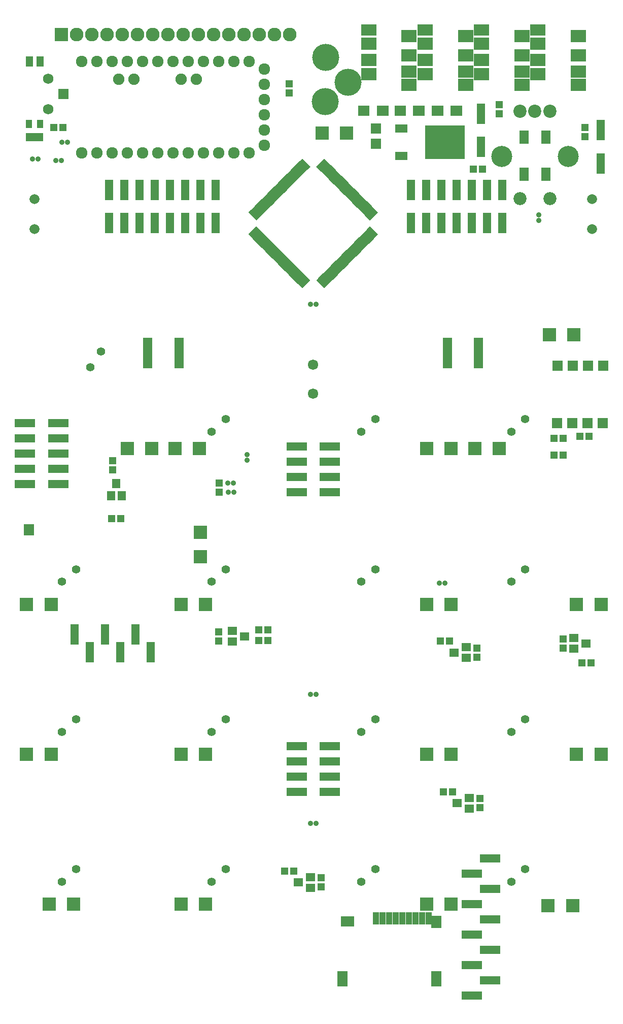
<source format=gbs>
G04 #@! TF.FileFunction,Soldermask,Bot*
%FSLAX46Y46*%
G04 Gerber Fmt 4.6, Leading zero omitted, Abs format (unit mm)*
G04 Created by KiCad (PCBNEW 4.0.4-stable) date 07/22/17 12:12:15*
%MOMM*%
%LPD*%
G01*
G04 APERTURE LIST*
%ADD10C,2.000000*%
%ADD11C,1.416000*%
%ADD12R,3.400000X1.400000*%
%ADD13R,2.279600X2.279600*%
%ADD14C,2.279600*%
%ADD15C,2.200000*%
%ADD16C,3.516000*%
%ADD17C,2.178000*%
%ADD18R,1.050000X1.460000*%
%ADD19C,0.897840*%
%ADD20R,1.289000X1.670000*%
%ADD21R,2.647900X1.997660*%
%ADD22R,2.647900X1.898600*%
%ADD23R,1.035000X1.670000*%
%ADD24R,1.543000X1.416000*%
%ADD25R,1.416000X1.543000*%
%ADD26R,1.289000X1.289000*%
%ADD27R,2.051000X1.416000*%
%ADD28R,6.597600X5.698440*%
%ADD29C,1.720800*%
%ADD30C,4.514800*%
%ADD31R,1.098500X1.997660*%
%ADD32R,1.799540X1.997660*%
%ADD33R,1.799540X2.599640*%
%ADD34R,2.198320X1.799540*%
%ADD35R,1.670000X1.035000*%
%ADD36R,1.700000X1.800000*%
%ADD37R,1.400000X3.400000*%
%ADD38R,2.198320X2.167840*%
%ADD39R,1.670000X1.670000*%
%ADD40R,1.500000X2.200000*%
%ADD41R,1.600000X0.800000*%
%ADD42C,1.924000*%
%ADD43C,1.900000*%
%ADD44R,2.167840X2.198320*%
%ADD45C,1.670000*%
%ADD46C,1.748740*%
%ADD47R,1.748740X1.748740*%
G04 APERTURE END LIST*
D10*
D11*
X12800000Y-58010000D03*
X14570000Y-55390000D03*
D12*
X1905000Y-77470000D03*
X7445000Y-77470000D03*
X1905000Y-74930000D03*
X7445000Y-74930000D03*
X1905000Y-72390000D03*
X7445000Y-72390000D03*
X1905000Y-69850000D03*
X7445000Y-69850000D03*
X1905000Y-67310000D03*
X7445000Y-67310000D03*
D11*
X35400000Y-66650000D03*
X33050000Y-68750000D03*
D13*
X8000000Y-2500000D03*
D14*
X10540000Y-2500000D03*
X13080000Y-2500000D03*
X15620000Y-2500000D03*
X18160000Y-2500000D03*
X20700000Y-2500000D03*
X23240000Y-2500000D03*
X25780000Y-2500000D03*
X28320000Y-2500000D03*
X30860000Y-2500000D03*
X33400000Y-2500000D03*
X35940000Y-2500000D03*
X38480000Y-2500000D03*
X41020000Y-2500000D03*
X43560000Y-2500000D03*
X46100000Y-2500000D03*
D15*
X89495000Y-15360000D03*
X86995000Y-15360000D03*
X84495000Y-15360000D03*
D16*
X92545000Y-22860000D03*
X81445000Y-22860000D03*
D17*
X84495000Y-29860000D03*
X89495000Y-29860000D03*
D18*
X4450000Y-19600000D03*
X3500000Y-19600000D03*
X2550000Y-19600000D03*
X2550000Y-17400000D03*
X4450000Y-17400000D03*
D19*
X7962280Y-23500000D03*
X7037720Y-23500000D03*
X8962280Y-20500000D03*
X8037720Y-20500000D03*
X50462280Y-47500000D03*
X49537720Y-47500000D03*
X50462280Y-134000000D03*
X49537720Y-134000000D03*
X50462280Y-112500000D03*
X49537720Y-112500000D03*
X87630000Y-33482280D03*
X87630000Y-32557720D03*
X35780020Y-77280000D03*
X36704580Y-77280000D03*
X35817720Y-78780000D03*
X36742280Y-78780000D03*
X38970000Y-73496280D03*
X38970000Y-72571720D03*
D20*
X2611000Y-7000000D03*
X4389000Y-7000000D03*
D21*
X94246220Y-2796500D03*
X94246220Y-5996900D03*
X94246220Y-8696920D03*
X87499980Y-9095700D03*
D22*
X87499980Y-1795740D03*
D21*
X87499980Y-4096980D03*
X87499980Y-6797000D03*
X94246220Y-10896560D03*
X84830820Y-2796500D03*
X84830820Y-5996900D03*
X84830820Y-8696920D03*
X78084580Y-9095700D03*
D22*
X78084580Y-1795740D03*
D21*
X78084580Y-4096980D03*
X78084580Y-6797000D03*
X84830820Y-10896560D03*
D23*
X57970000Y-15240000D03*
X58870000Y-15240000D03*
D21*
X66000020Y-2796500D03*
X66000020Y-5996900D03*
X66000020Y-8696920D03*
X59253780Y-9095700D03*
D22*
X59253780Y-1795740D03*
D21*
X59253780Y-4096980D03*
X59253780Y-6797000D03*
X66000020Y-10896560D03*
X75415420Y-2796500D03*
X75415420Y-5996900D03*
X75415420Y-8696920D03*
X68669180Y-9095700D03*
D22*
X68669180Y-1795740D03*
D21*
X68669180Y-4096980D03*
X68669180Y-6797000D03*
X75415420Y-10896560D03*
D24*
X36494000Y-103737000D03*
X36494000Y-101959000D03*
X38526000Y-102848000D03*
D25*
X18034000Y-79375000D03*
X16256000Y-79375000D03*
X17145000Y-77343000D03*
D24*
X93468000Y-104919000D03*
X93468000Y-103141000D03*
X95500000Y-104030000D03*
X76032000Y-129771000D03*
X76032000Y-131549000D03*
X74000000Y-130660000D03*
X49532000Y-142961000D03*
X49532000Y-144739000D03*
X47500000Y-143850000D03*
X75532000Y-104651000D03*
X75532000Y-106429000D03*
X73500000Y-105540000D03*
D19*
X3173720Y-23274000D03*
X4098280Y-23274000D03*
D26*
X81026000Y-15748000D03*
X81026000Y-14224000D03*
X95330000Y-18028000D03*
X95330000Y-19552000D03*
X90170000Y-72644000D03*
X91694000Y-72644000D03*
X76738000Y-25000000D03*
X78262000Y-25000000D03*
X34280000Y-77268000D03*
X34280000Y-78792000D03*
X40908000Y-103554000D03*
X42432000Y-103554000D03*
X34208000Y-103610000D03*
X34208000Y-102086000D03*
X16500000Y-75057000D03*
X16500000Y-73533000D03*
X17907000Y-83185000D03*
X16383000Y-83185000D03*
X94838000Y-107300000D03*
X96362000Y-107300000D03*
X91690000Y-104792000D03*
X91690000Y-103268000D03*
X73262000Y-128755000D03*
X71738000Y-128755000D03*
X77810000Y-129898000D03*
X77810000Y-131422000D03*
X46762000Y-141945000D03*
X45238000Y-141945000D03*
X51310000Y-143088000D03*
X51310000Y-144612000D03*
X72762000Y-103635000D03*
X71238000Y-103635000D03*
X77310000Y-104778000D03*
X77310000Y-106302000D03*
X46000000Y-12262000D03*
X46000000Y-10738000D03*
D27*
X64674600Y-22786000D03*
D28*
X71999960Y-20500000D03*
D27*
X64674600Y-18214000D03*
D29*
X50000000Y-57587000D03*
X50000000Y-62413000D03*
D30*
X52025400Y-13670800D03*
X52050800Y-6350000D03*
X55787000Y-10493000D03*
D31*
X60453600Y-149850000D03*
X61553420Y-149850000D03*
X62653240Y-149850000D03*
X63750520Y-149850000D03*
X64850340Y-149850000D03*
X65950160Y-149850000D03*
X67049980Y-149850000D03*
X68149800Y-149850000D03*
X69249620Y-149850000D03*
D32*
X70550100Y-150449440D03*
D33*
X70550100Y-159949040D03*
X54852900Y-159949040D03*
D34*
X55752060Y-150347840D03*
D35*
X2540000Y-84640000D03*
X2540000Y-85540000D03*
D26*
X94488000Y-69500000D03*
X96012000Y-69500000D03*
D36*
X90712000Y-67318000D03*
X93252000Y-67318000D03*
X95792000Y-67318000D03*
X98332000Y-67318000D03*
X90782000Y-57778000D03*
X93322000Y-57778000D03*
X95862000Y-57778000D03*
X98402000Y-57778000D03*
D11*
X60400000Y-66650000D03*
X58050000Y-68750000D03*
X85400000Y-66650000D03*
X83050000Y-68750000D03*
X10400000Y-91650000D03*
X8050000Y-93750000D03*
X35400000Y-91650000D03*
X33050000Y-93750000D03*
X60400000Y-91650000D03*
X58050000Y-93750000D03*
X85400000Y-91650000D03*
X83050000Y-93750000D03*
X10400000Y-116650000D03*
X8050000Y-118750000D03*
X35377000Y-116650000D03*
X33027000Y-118750000D03*
X60400000Y-116650000D03*
X58050000Y-118750000D03*
X85400000Y-116650000D03*
X83050000Y-118750000D03*
X10400000Y-141650000D03*
X8050000Y-143750000D03*
X35400000Y-141650000D03*
X33050000Y-143750000D03*
X60400000Y-141650000D03*
X58050000Y-143750000D03*
X85400000Y-141650000D03*
X83050000Y-143750000D03*
D37*
X98000000Y-18480000D03*
X98000000Y-24020000D03*
X81520000Y-33960000D03*
X81520000Y-28420000D03*
X78980000Y-33960000D03*
X78980000Y-28420000D03*
X76440000Y-33960000D03*
X76440000Y-28420000D03*
D12*
X79500000Y-139840000D03*
X79500000Y-144920000D03*
X79500000Y-150000000D03*
X79500000Y-155080000D03*
X79500000Y-160160000D03*
X76500000Y-142380000D03*
X76500000Y-147460000D03*
X76500000Y-152540000D03*
X76500000Y-157620000D03*
X76500000Y-162700000D03*
D37*
X78000000Y-21270000D03*
X78000000Y-15730000D03*
X22850000Y-105500000D03*
X17770000Y-105500000D03*
X12690000Y-105500000D03*
X20310000Y-102500000D03*
X15230000Y-102500000D03*
X10150000Y-102500000D03*
D38*
X51460380Y-18950000D03*
X55539620Y-18950000D03*
X93479620Y-52578000D03*
X89400380Y-52578000D03*
X18960380Y-71500000D03*
X23039620Y-71500000D03*
X26960380Y-71500000D03*
X31039620Y-71500000D03*
X68937380Y-71500000D03*
X73016620Y-71500000D03*
X76960380Y-71500000D03*
X81039620Y-71500000D03*
X2170780Y-97500000D03*
X6250020Y-97500000D03*
X27937380Y-97500000D03*
X32016620Y-97500000D03*
X68937380Y-97500000D03*
X73016620Y-97500000D03*
X93937380Y-97500000D03*
X98016620Y-97500000D03*
X2170780Y-122500000D03*
X6250020Y-122500000D03*
X27937380Y-122500000D03*
X32016620Y-122500000D03*
X68937380Y-122500000D03*
X73016620Y-122500000D03*
X93937380Y-122500000D03*
X98016620Y-122500000D03*
X5960380Y-147500000D03*
X10039620Y-147500000D03*
X27937380Y-147500000D03*
X32016620Y-147500000D03*
X68937380Y-147500000D03*
X73016620Y-147500000D03*
X89210380Y-147750000D03*
X93289620Y-147750000D03*
D39*
X60500000Y-18230000D03*
X60500000Y-20770000D03*
D23*
X61145000Y-15240000D03*
X62045000Y-15240000D03*
X64991400Y-15240000D03*
X64091400Y-15240000D03*
D40*
X85150000Y-25850300D03*
X85150000Y-19650300D03*
X88850000Y-19650300D03*
X88850000Y-25850300D03*
D10*
G36*
X60818734Y-35838478D02*
X60323759Y-36333453D01*
X58980256Y-34989950D01*
X59475231Y-34494975D01*
X60818734Y-35838478D01*
X60818734Y-35838478D01*
G37*
G36*
X60465181Y-36192031D02*
X59970206Y-36687006D01*
X58626703Y-35343503D01*
X59121678Y-34848528D01*
X60465181Y-36192031D01*
X60465181Y-36192031D01*
G37*
G36*
X60111627Y-36545584D02*
X59616652Y-37040559D01*
X58273149Y-35697056D01*
X58768124Y-35202081D01*
X60111627Y-36545584D01*
X60111627Y-36545584D01*
G37*
G36*
X59758074Y-36899138D02*
X59263099Y-37394113D01*
X57919596Y-36050610D01*
X58414571Y-35555635D01*
X59758074Y-36899138D01*
X59758074Y-36899138D01*
G37*
G36*
X59404520Y-37252691D02*
X58909545Y-37747666D01*
X57566042Y-36404163D01*
X58061017Y-35909188D01*
X59404520Y-37252691D01*
X59404520Y-37252691D01*
G37*
G36*
X59050967Y-37606245D02*
X58555992Y-38101220D01*
X57212489Y-36757717D01*
X57707464Y-36262742D01*
X59050967Y-37606245D01*
X59050967Y-37606245D01*
G37*
G36*
X58697414Y-37959798D02*
X58202439Y-38454773D01*
X56858936Y-37111270D01*
X57353911Y-36616295D01*
X58697414Y-37959798D01*
X58697414Y-37959798D01*
G37*
G36*
X58343860Y-38313351D02*
X57848885Y-38808326D01*
X56505382Y-37464823D01*
X57000357Y-36969848D01*
X58343860Y-38313351D01*
X58343860Y-38313351D01*
G37*
G36*
X57990307Y-38666905D02*
X57495332Y-39161880D01*
X56151829Y-37818377D01*
X56646804Y-37323402D01*
X57990307Y-38666905D01*
X57990307Y-38666905D01*
G37*
G36*
X57636753Y-39020458D02*
X57141778Y-39515433D01*
X55798275Y-38171930D01*
X56293250Y-37676955D01*
X57636753Y-39020458D01*
X57636753Y-39020458D01*
G37*
G36*
X57283200Y-39374011D02*
X56788225Y-39868986D01*
X55444722Y-38525483D01*
X55939697Y-38030508D01*
X57283200Y-39374011D01*
X57283200Y-39374011D01*
G37*
G36*
X56929647Y-39727565D02*
X56434672Y-40222540D01*
X55091169Y-38879037D01*
X55586144Y-38384062D01*
X56929647Y-39727565D01*
X56929647Y-39727565D01*
G37*
G36*
X56576093Y-40081118D02*
X56081118Y-40576093D01*
X54737615Y-39232590D01*
X55232590Y-38737615D01*
X56576093Y-40081118D01*
X56576093Y-40081118D01*
G37*
G36*
X56222540Y-40434672D02*
X55727565Y-40929647D01*
X54384062Y-39586144D01*
X54879037Y-39091169D01*
X56222540Y-40434672D01*
X56222540Y-40434672D01*
G37*
G36*
X55868986Y-40788225D02*
X55374011Y-41283200D01*
X54030508Y-39939697D01*
X54525483Y-39444722D01*
X55868986Y-40788225D01*
X55868986Y-40788225D01*
G37*
G36*
X55515433Y-41141778D02*
X55020458Y-41636753D01*
X53676955Y-40293250D01*
X54171930Y-39798275D01*
X55515433Y-41141778D01*
X55515433Y-41141778D01*
G37*
G36*
X55161880Y-41495332D02*
X54666905Y-41990307D01*
X53323402Y-40646804D01*
X53818377Y-40151829D01*
X55161880Y-41495332D01*
X55161880Y-41495332D01*
G37*
G36*
X54808326Y-41848885D02*
X54313351Y-42343860D01*
X52969848Y-41000357D01*
X53464823Y-40505382D01*
X54808326Y-41848885D01*
X54808326Y-41848885D01*
G37*
G36*
X54454773Y-42202439D02*
X53959798Y-42697414D01*
X52616295Y-41353911D01*
X53111270Y-40858936D01*
X54454773Y-42202439D01*
X54454773Y-42202439D01*
G37*
G36*
X54101220Y-42555992D02*
X53606245Y-43050967D01*
X52262742Y-41707464D01*
X52757717Y-41212489D01*
X54101220Y-42555992D01*
X54101220Y-42555992D01*
G37*
G36*
X53747666Y-42909545D02*
X53252691Y-43404520D01*
X51909188Y-42061017D01*
X52404163Y-41566042D01*
X53747666Y-42909545D01*
X53747666Y-42909545D01*
G37*
G36*
X53394113Y-43263099D02*
X52899138Y-43758074D01*
X51555635Y-42414571D01*
X52050610Y-41919596D01*
X53394113Y-43263099D01*
X53394113Y-43263099D01*
G37*
G36*
X53040559Y-43616652D02*
X52545584Y-44111627D01*
X51202081Y-42768124D01*
X51697056Y-42273149D01*
X53040559Y-43616652D01*
X53040559Y-43616652D01*
G37*
G36*
X52687006Y-43970206D02*
X52192031Y-44465181D01*
X50848528Y-43121678D01*
X51343503Y-42626703D01*
X52687006Y-43970206D01*
X52687006Y-43970206D01*
G37*
G36*
X52333453Y-44323759D02*
X51838478Y-44818734D01*
X50494975Y-43475231D01*
X50989950Y-42980256D01*
X52333453Y-44323759D01*
X52333453Y-44323759D01*
G37*
G36*
X49505025Y-43475231D02*
X48161522Y-44818734D01*
X47666547Y-44323759D01*
X49010050Y-42980256D01*
X49505025Y-43475231D01*
X49505025Y-43475231D01*
G37*
G36*
X49151472Y-43121678D02*
X47807969Y-44465181D01*
X47312994Y-43970206D01*
X48656497Y-42626703D01*
X49151472Y-43121678D01*
X49151472Y-43121678D01*
G37*
G36*
X48797919Y-42768124D02*
X47454416Y-44111627D01*
X46959441Y-43616652D01*
X48302944Y-42273149D01*
X48797919Y-42768124D01*
X48797919Y-42768124D01*
G37*
G36*
X48444365Y-42414571D02*
X47100862Y-43758074D01*
X46605887Y-43263099D01*
X47949390Y-41919596D01*
X48444365Y-42414571D01*
X48444365Y-42414571D01*
G37*
G36*
X48090812Y-42061017D02*
X46747309Y-43404520D01*
X46252334Y-42909545D01*
X47595837Y-41566042D01*
X48090812Y-42061017D01*
X48090812Y-42061017D01*
G37*
G36*
X47737258Y-41707464D02*
X46393755Y-43050967D01*
X45898780Y-42555992D01*
X47242283Y-41212489D01*
X47737258Y-41707464D01*
X47737258Y-41707464D01*
G37*
G36*
X47383705Y-41353911D02*
X46040202Y-42697414D01*
X45545227Y-42202439D01*
X46888730Y-40858936D01*
X47383705Y-41353911D01*
X47383705Y-41353911D01*
G37*
G36*
X47030152Y-41000357D02*
X45686649Y-42343860D01*
X45191674Y-41848885D01*
X46535177Y-40505382D01*
X47030152Y-41000357D01*
X47030152Y-41000357D01*
G37*
G36*
X46676598Y-40646804D02*
X45333095Y-41990307D01*
X44838120Y-41495332D01*
X46181623Y-40151829D01*
X46676598Y-40646804D01*
X46676598Y-40646804D01*
G37*
G36*
X46323045Y-40293250D02*
X44979542Y-41636753D01*
X44484567Y-41141778D01*
X45828070Y-39798275D01*
X46323045Y-40293250D01*
X46323045Y-40293250D01*
G37*
G36*
X45969492Y-39939697D02*
X44625989Y-41283200D01*
X44131014Y-40788225D01*
X45474517Y-39444722D01*
X45969492Y-39939697D01*
X45969492Y-39939697D01*
G37*
G36*
X45615938Y-39586144D02*
X44272435Y-40929647D01*
X43777460Y-40434672D01*
X45120963Y-39091169D01*
X45615938Y-39586144D01*
X45615938Y-39586144D01*
G37*
G36*
X45262385Y-39232590D02*
X43918882Y-40576093D01*
X43423907Y-40081118D01*
X44767410Y-38737615D01*
X45262385Y-39232590D01*
X45262385Y-39232590D01*
G37*
G36*
X44908831Y-38879037D02*
X43565328Y-40222540D01*
X43070353Y-39727565D01*
X44413856Y-38384062D01*
X44908831Y-38879037D01*
X44908831Y-38879037D01*
G37*
G36*
X44555278Y-38525483D02*
X43211775Y-39868986D01*
X42716800Y-39374011D01*
X44060303Y-38030508D01*
X44555278Y-38525483D01*
X44555278Y-38525483D01*
G37*
G36*
X44201725Y-38171930D02*
X42858222Y-39515433D01*
X42363247Y-39020458D01*
X43706750Y-37676955D01*
X44201725Y-38171930D01*
X44201725Y-38171930D01*
G37*
G36*
X43848171Y-37818377D02*
X42504668Y-39161880D01*
X42009693Y-38666905D01*
X43353196Y-37323402D01*
X43848171Y-37818377D01*
X43848171Y-37818377D01*
G37*
G36*
X43494618Y-37464823D02*
X42151115Y-38808326D01*
X41656140Y-38313351D01*
X42999643Y-36969848D01*
X43494618Y-37464823D01*
X43494618Y-37464823D01*
G37*
G36*
X43141064Y-37111270D02*
X41797561Y-38454773D01*
X41302586Y-37959798D01*
X42646089Y-36616295D01*
X43141064Y-37111270D01*
X43141064Y-37111270D01*
G37*
G36*
X42787511Y-36757717D02*
X41444008Y-38101220D01*
X40949033Y-37606245D01*
X42292536Y-36262742D01*
X42787511Y-36757717D01*
X42787511Y-36757717D01*
G37*
G36*
X42433958Y-36404163D02*
X41090455Y-37747666D01*
X40595480Y-37252691D01*
X41938983Y-35909188D01*
X42433958Y-36404163D01*
X42433958Y-36404163D01*
G37*
G36*
X42080404Y-36050610D02*
X40736901Y-37394113D01*
X40241926Y-36899138D01*
X41585429Y-35555635D01*
X42080404Y-36050610D01*
X42080404Y-36050610D01*
G37*
G36*
X41726851Y-35697056D02*
X40383348Y-37040559D01*
X39888373Y-36545584D01*
X41231876Y-35202081D01*
X41726851Y-35697056D01*
X41726851Y-35697056D01*
G37*
G36*
X41373297Y-35343503D02*
X40029794Y-36687006D01*
X39534819Y-36192031D01*
X40878322Y-34848528D01*
X41373297Y-35343503D01*
X41373297Y-35343503D01*
G37*
G36*
X41019744Y-34989950D02*
X39676241Y-36333453D01*
X39181266Y-35838478D01*
X40524769Y-34494975D01*
X41019744Y-34989950D01*
X41019744Y-34989950D01*
G37*
G36*
X41019744Y-33010050D02*
X40524769Y-33505025D01*
X39181266Y-32161522D01*
X39676241Y-31666547D01*
X41019744Y-33010050D01*
X41019744Y-33010050D01*
G37*
G36*
X41373297Y-32656497D02*
X40878322Y-33151472D01*
X39534819Y-31807969D01*
X40029794Y-31312994D01*
X41373297Y-32656497D01*
X41373297Y-32656497D01*
G37*
G36*
X41726851Y-32302944D02*
X41231876Y-32797919D01*
X39888373Y-31454416D01*
X40383348Y-30959441D01*
X41726851Y-32302944D01*
X41726851Y-32302944D01*
G37*
G36*
X42080404Y-31949390D02*
X41585429Y-32444365D01*
X40241926Y-31100862D01*
X40736901Y-30605887D01*
X42080404Y-31949390D01*
X42080404Y-31949390D01*
G37*
G36*
X42433958Y-31595837D02*
X41938983Y-32090812D01*
X40595480Y-30747309D01*
X41090455Y-30252334D01*
X42433958Y-31595837D01*
X42433958Y-31595837D01*
G37*
G36*
X42787511Y-31242283D02*
X42292536Y-31737258D01*
X40949033Y-30393755D01*
X41444008Y-29898780D01*
X42787511Y-31242283D01*
X42787511Y-31242283D01*
G37*
G36*
X43141064Y-30888730D02*
X42646089Y-31383705D01*
X41302586Y-30040202D01*
X41797561Y-29545227D01*
X43141064Y-30888730D01*
X43141064Y-30888730D01*
G37*
G36*
X43494618Y-30535177D02*
X42999643Y-31030152D01*
X41656140Y-29686649D01*
X42151115Y-29191674D01*
X43494618Y-30535177D01*
X43494618Y-30535177D01*
G37*
G36*
X43848171Y-30181623D02*
X43353196Y-30676598D01*
X42009693Y-29333095D01*
X42504668Y-28838120D01*
X43848171Y-30181623D01*
X43848171Y-30181623D01*
G37*
G36*
X44201725Y-29828070D02*
X43706750Y-30323045D01*
X42363247Y-28979542D01*
X42858222Y-28484567D01*
X44201725Y-29828070D01*
X44201725Y-29828070D01*
G37*
G36*
X44555278Y-29474517D02*
X44060303Y-29969492D01*
X42716800Y-28625989D01*
X43211775Y-28131014D01*
X44555278Y-29474517D01*
X44555278Y-29474517D01*
G37*
G36*
X44908831Y-29120963D02*
X44413856Y-29615938D01*
X43070353Y-28272435D01*
X43565328Y-27777460D01*
X44908831Y-29120963D01*
X44908831Y-29120963D01*
G37*
G36*
X45262385Y-28767410D02*
X44767410Y-29262385D01*
X43423907Y-27918882D01*
X43918882Y-27423907D01*
X45262385Y-28767410D01*
X45262385Y-28767410D01*
G37*
G36*
X45615938Y-28413856D02*
X45120963Y-28908831D01*
X43777460Y-27565328D01*
X44272435Y-27070353D01*
X45615938Y-28413856D01*
X45615938Y-28413856D01*
G37*
G36*
X45969492Y-28060303D02*
X45474517Y-28555278D01*
X44131014Y-27211775D01*
X44625989Y-26716800D01*
X45969492Y-28060303D01*
X45969492Y-28060303D01*
G37*
G36*
X46323045Y-27706750D02*
X45828070Y-28201725D01*
X44484567Y-26858222D01*
X44979542Y-26363247D01*
X46323045Y-27706750D01*
X46323045Y-27706750D01*
G37*
G36*
X46676598Y-27353196D02*
X46181623Y-27848171D01*
X44838120Y-26504668D01*
X45333095Y-26009693D01*
X46676598Y-27353196D01*
X46676598Y-27353196D01*
G37*
G36*
X47030152Y-26999643D02*
X46535177Y-27494618D01*
X45191674Y-26151115D01*
X45686649Y-25656140D01*
X47030152Y-26999643D01*
X47030152Y-26999643D01*
G37*
G36*
X47383705Y-26646089D02*
X46888730Y-27141064D01*
X45545227Y-25797561D01*
X46040202Y-25302586D01*
X47383705Y-26646089D01*
X47383705Y-26646089D01*
G37*
G36*
X47737258Y-26292536D02*
X47242283Y-26787511D01*
X45898780Y-25444008D01*
X46393755Y-24949033D01*
X47737258Y-26292536D01*
X47737258Y-26292536D01*
G37*
G36*
X48090812Y-25938983D02*
X47595837Y-26433958D01*
X46252334Y-25090455D01*
X46747309Y-24595480D01*
X48090812Y-25938983D01*
X48090812Y-25938983D01*
G37*
G36*
X48444365Y-25585429D02*
X47949390Y-26080404D01*
X46605887Y-24736901D01*
X47100862Y-24241926D01*
X48444365Y-25585429D01*
X48444365Y-25585429D01*
G37*
G36*
X48797919Y-25231876D02*
X48302944Y-25726851D01*
X46959441Y-24383348D01*
X47454416Y-23888373D01*
X48797919Y-25231876D01*
X48797919Y-25231876D01*
G37*
G36*
X49151472Y-24878322D02*
X48656497Y-25373297D01*
X47312994Y-24029794D01*
X47807969Y-23534819D01*
X49151472Y-24878322D01*
X49151472Y-24878322D01*
G37*
G36*
X49505025Y-24524769D02*
X49010050Y-25019744D01*
X47666547Y-23676241D01*
X48161522Y-23181266D01*
X49505025Y-24524769D01*
X49505025Y-24524769D01*
G37*
G36*
X52333453Y-23676241D02*
X50989950Y-25019744D01*
X50494975Y-24524769D01*
X51838478Y-23181266D01*
X52333453Y-23676241D01*
X52333453Y-23676241D01*
G37*
G36*
X52687006Y-24029794D02*
X51343503Y-25373297D01*
X50848528Y-24878322D01*
X52192031Y-23534819D01*
X52687006Y-24029794D01*
X52687006Y-24029794D01*
G37*
G36*
X53040559Y-24383348D02*
X51697056Y-25726851D01*
X51202081Y-25231876D01*
X52545584Y-23888373D01*
X53040559Y-24383348D01*
X53040559Y-24383348D01*
G37*
G36*
X53394113Y-24736901D02*
X52050610Y-26080404D01*
X51555635Y-25585429D01*
X52899138Y-24241926D01*
X53394113Y-24736901D01*
X53394113Y-24736901D01*
G37*
G36*
X53747666Y-25090455D02*
X52404163Y-26433958D01*
X51909188Y-25938983D01*
X53252691Y-24595480D01*
X53747666Y-25090455D01*
X53747666Y-25090455D01*
G37*
G36*
X54101220Y-25444008D02*
X52757717Y-26787511D01*
X52262742Y-26292536D01*
X53606245Y-24949033D01*
X54101220Y-25444008D01*
X54101220Y-25444008D01*
G37*
G36*
X54454773Y-25797561D02*
X53111270Y-27141064D01*
X52616295Y-26646089D01*
X53959798Y-25302586D01*
X54454773Y-25797561D01*
X54454773Y-25797561D01*
G37*
G36*
X54808326Y-26151115D02*
X53464823Y-27494618D01*
X52969848Y-26999643D01*
X54313351Y-25656140D01*
X54808326Y-26151115D01*
X54808326Y-26151115D01*
G37*
G36*
X55161880Y-26504668D02*
X53818377Y-27848171D01*
X53323402Y-27353196D01*
X54666905Y-26009693D01*
X55161880Y-26504668D01*
X55161880Y-26504668D01*
G37*
G36*
X55515433Y-26858222D02*
X54171930Y-28201725D01*
X53676955Y-27706750D01*
X55020458Y-26363247D01*
X55515433Y-26858222D01*
X55515433Y-26858222D01*
G37*
G36*
X55868986Y-27211775D02*
X54525483Y-28555278D01*
X54030508Y-28060303D01*
X55374011Y-26716800D01*
X55868986Y-27211775D01*
X55868986Y-27211775D01*
G37*
G36*
X56222540Y-27565328D02*
X54879037Y-28908831D01*
X54384062Y-28413856D01*
X55727565Y-27070353D01*
X56222540Y-27565328D01*
X56222540Y-27565328D01*
G37*
G36*
X56576093Y-27918882D02*
X55232590Y-29262385D01*
X54737615Y-28767410D01*
X56081118Y-27423907D01*
X56576093Y-27918882D01*
X56576093Y-27918882D01*
G37*
G36*
X56929647Y-28272435D02*
X55586144Y-29615938D01*
X55091169Y-29120963D01*
X56434672Y-27777460D01*
X56929647Y-28272435D01*
X56929647Y-28272435D01*
G37*
G36*
X57283200Y-28625989D02*
X55939697Y-29969492D01*
X55444722Y-29474517D01*
X56788225Y-28131014D01*
X57283200Y-28625989D01*
X57283200Y-28625989D01*
G37*
G36*
X57636753Y-28979542D02*
X56293250Y-30323045D01*
X55798275Y-29828070D01*
X57141778Y-28484567D01*
X57636753Y-28979542D01*
X57636753Y-28979542D01*
G37*
G36*
X57990307Y-29333095D02*
X56646804Y-30676598D01*
X56151829Y-30181623D01*
X57495332Y-28838120D01*
X57990307Y-29333095D01*
X57990307Y-29333095D01*
G37*
G36*
X58343860Y-29686649D02*
X57000357Y-31030152D01*
X56505382Y-30535177D01*
X57848885Y-29191674D01*
X58343860Y-29686649D01*
X58343860Y-29686649D01*
G37*
G36*
X58697414Y-30040202D02*
X57353911Y-31383705D01*
X56858936Y-30888730D01*
X58202439Y-29545227D01*
X58697414Y-30040202D01*
X58697414Y-30040202D01*
G37*
G36*
X59050967Y-30393755D02*
X57707464Y-31737258D01*
X57212489Y-31242283D01*
X58555992Y-29898780D01*
X59050967Y-30393755D01*
X59050967Y-30393755D01*
G37*
G36*
X59404520Y-30747309D02*
X58061017Y-32090812D01*
X57566042Y-31595837D01*
X58909545Y-30252334D01*
X59404520Y-30747309D01*
X59404520Y-30747309D01*
G37*
G36*
X59758074Y-31100862D02*
X58414571Y-32444365D01*
X57919596Y-31949390D01*
X59263099Y-30605887D01*
X59758074Y-31100862D01*
X59758074Y-31100862D01*
G37*
G36*
X60111627Y-31454416D02*
X58768124Y-32797919D01*
X58273149Y-32302944D01*
X59616652Y-30959441D01*
X60111627Y-31454416D01*
X60111627Y-31454416D01*
G37*
G36*
X60465181Y-31807969D02*
X59121678Y-33151472D01*
X58626703Y-32656497D01*
X59970206Y-31312994D01*
X60465181Y-31807969D01*
X60465181Y-31807969D01*
G37*
G36*
X60818734Y-32161522D02*
X59475231Y-33505025D01*
X58980256Y-33010050D01*
X60323759Y-31666547D01*
X60818734Y-32161522D01*
X60818734Y-32161522D01*
G37*
D41*
X22400000Y-57822500D03*
X22400000Y-57187500D03*
X22400000Y-56552500D03*
X22400000Y-55917500D03*
X22400000Y-55282500D03*
X22400000Y-54647500D03*
X22400000Y-54012500D03*
X22400000Y-53377500D03*
X27600000Y-53377500D03*
X27600000Y-54012500D03*
X27600000Y-54647500D03*
X27600000Y-55282500D03*
X27600000Y-55917500D03*
X27600000Y-56552500D03*
X27600000Y-57187500D03*
X27600000Y-57822500D03*
X77600000Y-53377500D03*
X77600000Y-54012500D03*
X77600000Y-54647500D03*
X77600000Y-55282500D03*
X77600000Y-55917500D03*
X77600000Y-56552500D03*
X77600000Y-57187500D03*
X77600000Y-57822500D03*
X72400000Y-57822500D03*
X72400000Y-57187500D03*
X72400000Y-56552500D03*
X72400000Y-55917500D03*
X72400000Y-55282500D03*
X72400000Y-54647500D03*
X72400000Y-54012500D03*
X72400000Y-53377500D03*
D37*
X26120000Y-28420000D03*
X26120000Y-33960000D03*
X28660000Y-28420000D03*
X28660000Y-33960000D03*
X31200000Y-28420000D03*
X31200000Y-33960000D03*
X33740000Y-28420000D03*
X33740000Y-33960000D03*
D26*
X42432000Y-101776000D03*
X40908000Y-101776000D03*
X6738000Y-18000000D03*
X8262000Y-18000000D03*
D42*
X41820000Y-21030000D03*
X41820000Y-18490000D03*
X41820000Y-15950000D03*
X41820000Y-13410000D03*
X41820000Y-10870000D03*
X41820000Y-8330000D03*
X39280000Y-22300000D03*
X36740000Y-22300000D03*
X34200000Y-22300000D03*
X31660000Y-22300000D03*
X29120000Y-22300000D03*
X26580000Y-22300000D03*
X24040000Y-22300000D03*
X21500000Y-22300000D03*
X18960000Y-22300000D03*
X16420000Y-22300000D03*
X13880000Y-22300000D03*
X11340000Y-22300000D03*
X39280000Y-7060000D03*
X36740000Y-7060000D03*
X34200000Y-7060000D03*
X31660000Y-7060000D03*
X29120000Y-7060000D03*
X26580000Y-7060000D03*
X24040000Y-7060000D03*
X21500000Y-7060000D03*
X18960000Y-7060000D03*
X16420000Y-7060000D03*
X13880000Y-7060000D03*
X11340000Y-7060000D03*
D43*
X30517000Y-9981000D03*
X27977000Y-9981000D03*
X20103000Y-9981000D03*
X17563000Y-9981000D03*
D37*
X23580000Y-33960000D03*
X23580000Y-28420000D03*
X21040000Y-33960000D03*
X21040000Y-28420000D03*
X18500000Y-33960000D03*
X18500000Y-28420000D03*
X15960000Y-33960000D03*
X15960000Y-28420000D03*
X73900000Y-33960000D03*
X73900000Y-28420000D03*
X71360000Y-33960000D03*
X71360000Y-28420000D03*
X68820000Y-33960000D03*
X68820000Y-28420000D03*
X66280000Y-33960000D03*
X66280000Y-28420000D03*
D19*
X71999980Y-94000000D03*
X71075420Y-94000000D03*
D44*
X31190000Y-89549620D03*
X31190000Y-85470380D03*
D45*
X3500000Y-30000640D03*
X3500000Y-34999360D03*
X96500000Y-34999360D03*
X96500000Y-30000640D03*
D26*
X91694000Y-69850000D03*
X90170000Y-69850000D03*
D46*
X5801080Y-14940000D03*
X5801080Y-9860000D03*
D47*
X8297900Y-12400000D03*
D23*
X73413200Y-15240000D03*
X74313200Y-15240000D03*
X67190200Y-15265400D03*
X68090200Y-15265400D03*
X70314400Y-15240000D03*
X71214400Y-15240000D03*
D12*
X52770000Y-71190000D03*
X47230000Y-71190000D03*
X52770000Y-73730000D03*
X47230000Y-73730000D03*
X52770000Y-76270000D03*
X47230000Y-76270000D03*
X52770000Y-78810000D03*
X47230000Y-78810000D03*
X47230000Y-128810000D03*
X52770000Y-128810000D03*
X47230000Y-126270000D03*
X52770000Y-126270000D03*
X47230000Y-123730000D03*
X52770000Y-123730000D03*
X47230000Y-121190000D03*
X52770000Y-121190000D03*
M02*

</source>
